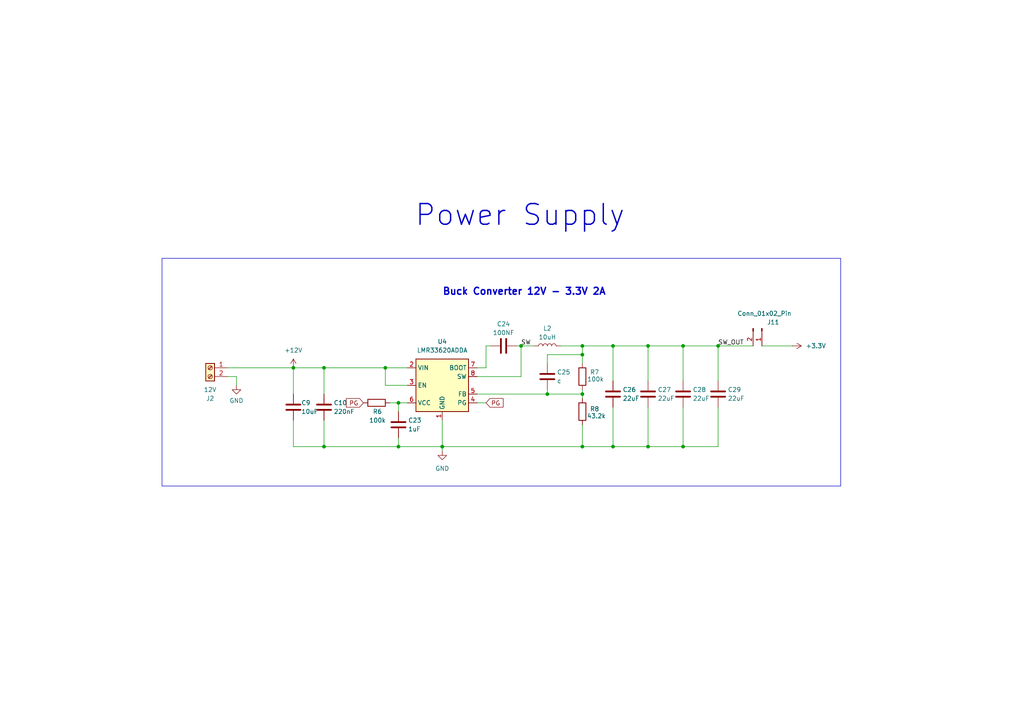
<source format=kicad_sch>
(kicad_sch (version 20231120) (generator "eeschema") (generator_version "8.0")
  (paper "A4")
  (lib_symbols
    (symbol "Connector:Conn_01x02_Pin" (pin_names (offset 1.016) hide)
      (property "Reference" "J" (at 0 2.54 0))
      (property "Value" "Conn_01x02_Pin" (at 0 -5.08 0))
      (symbol "Conn_01x02_Pin_1_1"
        (polyline (pts (xy 1.27 -2.54) (xy 0.8636 -2.54)) (stroke (width 0.1524)))
        (polyline (pts (xy 1.27 0) (xy 0.8636 0)) (stroke (width 0.1524)))
        (rectangle (start 0.8636 -2.413) (end 0 -2.667) (stroke (width 0.1524)) (fill (type outline)))
        (rectangle (start 0.8636 0.127) (end 0 -0.127) (stroke (width 0.1524)) (fill (type outline)))
        (pin passive line (at 5.08 0 180) (length 3.81) (name "Pin_1") (number "1"))
        (pin passive line (at 5.08 -2.54 180) (length 3.81) (name "Pin_2") (number "2"))
      )
    )
    (symbol "Connector:Screw_Terminal_01x02" (pin_names (offset 1.016) hide)
      (property "Reference" "J" (at 0 2.54 0))
      (property "Value" "Screw_Terminal_01x02" (at 0 -5.08 0))
      (symbol "Screw_Terminal_01x02_1_1"
        (rectangle (start -1.27 1.27) (end 1.27 -3.81) (stroke (width 0.254)) (fill (type background)))
        (circle (center 0 -2.54) (radius 0.635) (stroke (width 0.1524)))
        (polyline (pts (xy -0.5334 -2.2098) (xy 0.3302 -3.048)) (stroke (width 0.1524)))
        (polyline (pts (xy -0.5334 0.3302) (xy 0.3302 -0.508)) (stroke (width 0.1524)))
        (polyline (pts (xy -0.3556 -2.032) (xy 0.508 -2.8702)) (stroke (width 0.1524)))
        (polyline (pts (xy -0.3556 0.508) (xy 0.508 -0.3302)) (stroke (width 0.1524)))
        (circle (center 0 0) (radius 0.635) (stroke (width 0.1524)))
        (pin passive line (at -5.08 0 0) (length 3.81) (name "Pin_1") (number "1"))
        (pin passive line (at -5.08 -2.54 0) (length 3.81) (name "Pin_2") (number "2"))
      )
    )
    (symbol "Device:C" (pin_numbers hide) (pin_names (offset 0.254))
      (property "Reference" "C" (at 0.635 2.54 0))
      (property "Value" "C" (at 0.635 -2.54 0))
      (symbol "C_0_1"
        (polyline (pts (xy -2.032 -0.762) (xy 2.032 -0.762)) (stroke (width 0.508)))
        (polyline (pts (xy -2.032 0.762) (xy 2.032 0.762)) (stroke (width 0.508)))
      )
      (symbol "C_1_1"
        (pin passive line (at 0 3.81 270) (length 2.794) (name "~") (number "1"))
        (pin passive line (at 0 -3.81 90) (length 2.794) (name "~") (number "2"))
      )
    )
    (symbol "Device:L" (pin_numbers hide) (pin_names (offset 1.016) hide)
      (property "Reference" "L" (at -1.27 0 90))
      (property "Value" "L" (at 1.905 0 90))
      (symbol "L_0_1"
        (arc (start 0 -2.54) (mid 0.6323 -1.905) (end 0 -1.27))
        (arc (start 0 -1.27) (mid 0.6323 -0.635) (end 0 0))
        (arc (start 0 0) (mid 0.6323 0.635) (end 0 1.27))
        (arc (start 0 1.27) (mid 0.6323 1.905) (end 0 2.54))
      )
      (symbol "L_1_1"
        (pin passive line (at 0 3.81 270) (length 1.27) (name "1") (number "1"))
        (pin passive line (at 0 -3.81 90) (length 1.27) (name "2") (number "2"))
      )
    )
    (symbol "Device:R" (pin_numbers hide) (pin_names (offset 0))
      (property "Reference" "R" (at 2.032 0 90))
      (property "Value" "R" (at 0 0 90))
      (symbol "R_0_1"
        (rectangle (start -1.016 -2.54) (end 1.016 2.54) (stroke (width 0.254)))
      )
      (symbol "R_1_1"
        (pin passive line (at 0 3.81 270) (length 1.27) (name "~") (number "1"))
        (pin passive line (at 0 -3.81 90) (length 1.27) (name "~") (number "2"))
      )
    )
    (symbol "GND_1" (power) (pin_numbers hide) (pin_names (offset 0) hide)
      (property "Value" "GND" (at 0 -3.81 0))
      (symbol "GND_1_0_1"
        (polyline (pts (xy 0 0) (xy 0 -1.27) (xy 1.27 -1.27) (xy 0 -2.54) (xy -1.27 -1.27) (xy 0 -1.27)))
      )
      (symbol "GND_1_1_1"
        (pin power_in line (at 0 0 270) (length 0) (name "~") (number "1"))
      )
    )
    (symbol "Regulator_Switching:LMR33620ADDA"
      (property "Reference" "U" (at 0 11.43 0))
      (property "Value" "LMR33620ADDA" (at 0 8.89 0))
      (symbol "LMR33620ADDA_0_1"
        (rectangle (start -7.62 7.62) (end 7.62 -7.62) (stroke (width 0.254)) (fill (type background)))
      )
      (symbol "LMR33620ADDA_1_1"
        (pin power_in line (at 0 -10.16 90) (length 2.54) (name "GND") (number "1"))
        (pin power_in line (at -10.16 5.08 0) (length 2.54) (name "VIN") (number "2"))
        (pin input line (at -10.16 0 0) (length 2.54) (name "EN") (number "3"))
        (pin open_collector line (at 10.16 -5.08 180) (length 2.54) (name "PG") (number "4"))
        (pin input line (at 10.16 -2.54 180) (length 2.54) (name "FB") (number "5"))
        (pin power_out line (at -10.16 -5.08 0) (length 2.54) (name "VCC") (number "6"))
        (pin input line (at 10.16 5.08 180) (length 2.54) (name "BOOT") (number "7"))
        (pin output line (at 10.16 2.54 180) (length 2.54) (name "SW") (number "8"))
        (pin passive line (at 0 -10.16 90) (length 2.54) hide (name "GND") (number "9"))
      )
    )
    (symbol "power:+12V" (power) (pin_numbers hide) (pin_names (offset 0) hide)
      (property "Value" "+12V" (at 0 3.556 0))
      (symbol "+12V_0_1"
        (polyline (pts (xy -0.762 1.27) (xy 0 2.54)))
        (polyline (pts (xy 0 0) (xy 0 2.54)))
        (polyline (pts (xy 0 2.54) (xy 0.762 1.27)))
      )
      (symbol "+12V_1_1"
        (pin power_in line (at 0 0 90) (length 0) (name "~") (number "1"))
      )
    )
    (symbol "power:+3.3V" (power) (pin_numbers hide) (pin_names (offset 0) hide)
      (property "Value" "+3.3V" (at 0 3.556 0))
      (symbol "+3.3V_0_1"
        (polyline (pts (xy -0.762 1.27) (xy 0 2.54)))
        (polyline (pts (xy 0 0) (xy 0 2.54)))
        (polyline (pts (xy 0 2.54) (xy 0.762 1.27)))
      )
      (symbol "+3.3V_1_1"
        (pin power_in line (at 0 0 90) (length 0) (name "~") (number "1"))
      )
    )
    (symbol "power:GND" (power) (pin_names (offset 0))
      (property "Value" "GND" (at 0 -3.81 0))
      (symbol "GND_0_1"
        (polyline (pts (xy 0 0) (xy 0 -1.27) (xy 1.27 -1.27) (xy 0 -2.54) (xy -1.27 -1.27) (xy 0 -1.27)))
      )
      (symbol "GND_1_1"
        (pin power_in line (at 0 0 270) (length 0) hide (name "GND") (number "1"))
      )
    )
  )
  (junction (at 93.98 129.54))
  (junction (at 158.75 114.3))
  (junction (at 115.57 129.54))
  (junction (at 208.28 100.33))
  (junction (at 128.27 129.54))
  (junction (at 168.91 102.87))
  (junction (at 93.98 106.68))
  (junction (at 115.57 116.84))
  (junction (at 111.76 106.68))
  (junction (at 187.96 100.33))
  (junction (at 198.12 100.33))
  (junction (at 168.91 129.54))
  (junction (at 168.91 100.33))
  (junction (at 151.13 100.33))
  (junction (at 85.09 106.68))
  (junction (at 168.91 114.3))
  (junction (at 177.8 100.33))
  (junction (at 198.12 129.54))
  (junction (at 177.8 129.54))
  (junction (at 187.96 129.54))
  (wire (pts (xy 115.57 116.84) (xy 115.57 119.38)))
  (wire (pts (xy 187.96 100.33) (xy 198.12 100.33)))
  (wire (pts (xy 68.58 109.22) (xy 68.58 111.76)))
  (wire (pts (xy 66.04 106.68) (xy 85.09 106.68)))
  (wire (pts (xy 85.09 121.92) (xy 85.09 129.54)))
  (wire (pts (xy 138.43 109.22) (xy 151.13 109.22)))
  (wire (pts (xy 198.12 100.33) (xy 198.12 110.49)))
  (wire (pts (xy 208.28 129.54) (xy 198.12 129.54)))
  (wire (pts (xy 168.91 102.87) (xy 168.91 100.33)))
  (wire (pts (xy 151.13 100.33) (xy 151.13 109.22)))
  (wire (pts (xy 177.8 100.33) (xy 187.96 100.33)))
  (wire (pts (xy 168.91 113.03) (xy 168.91 114.3)))
  (wire (pts (xy 168.91 100.33) (xy 177.8 100.33)))
  (wire (pts (xy 187.96 129.54) (xy 198.12 129.54)))
  (wire (pts (xy 85.09 114.3) (xy 85.09 106.68)))
  (wire (pts (xy 93.98 106.68) (xy 93.98 114.3)))
  (wire (pts (xy 85.09 129.54) (xy 93.98 129.54)))
  (wire (pts (xy 138.43 114.3) (xy 158.75 114.3)))
  (wire (pts (xy 140.97 106.68) (xy 138.43 106.68)))
  (wire (pts (xy 168.91 100.33) (xy 162.56 100.33)))
  (wire (pts (xy 93.98 121.92) (xy 93.98 129.54)))
  (wire (pts (xy 138.43 116.84) (xy 140.97 116.84)))
  (wire (pts (xy 158.75 102.87) (xy 168.91 102.87)))
  (wire (pts (xy 140.97 100.33) (xy 140.97 106.68)))
  (wire (pts (xy 168.91 123.19) (xy 168.91 129.54)))
  (wire (pts (xy 198.12 118.11) (xy 198.12 129.54)))
  (wire (pts (xy 187.96 118.11) (xy 187.96 129.54)))
  (wire (pts (xy 158.75 114.3) (xy 158.75 113.03)))
  (wire (pts (xy 187.96 110.49) (xy 187.96 100.33)))
  (wire (pts (xy 168.91 105.41) (xy 168.91 102.87)))
  (wire (pts (xy 93.98 106.68) (xy 111.76 106.68)))
  (wire (pts (xy 140.97 100.33) (xy 142.24 100.33)))
  (wire (pts (xy 208.28 100.33) (xy 218.44 100.33)))
  (wire (pts (xy 177.8 129.54) (xy 187.96 129.54)))
  (wire (pts (xy 151.13 100.33) (xy 149.86 100.33)))
  (wire (pts (xy 118.11 111.76) (xy 111.76 111.76)))
  (wire (pts (xy 151.13 100.33) (xy 154.94 100.33)))
  (wire (pts (xy 177.8 110.49) (xy 177.8 100.33)))
  (wire (pts (xy 115.57 129.54) (xy 128.27 129.54)))
  (wire (pts (xy 177.8 118.11) (xy 177.8 129.54)))
  (wire (pts (xy 158.75 114.3) (xy 168.91 114.3)))
  (wire (pts (xy 85.09 106.68) (xy 93.98 106.68)))
  (wire (pts (xy 220.98 100.33) (xy 229.87 100.33)))
  (wire (pts (xy 128.27 121.92) (xy 128.27 129.54)))
  (wire (pts (xy 128.27 129.54) (xy 128.27 130.81)))
  (wire (pts (xy 113.03 116.84) (xy 115.57 116.84)))
  (wire (pts (xy 208.28 118.11) (xy 208.28 129.54)))
  (wire (pts (xy 66.04 109.22) (xy 68.58 109.22)))
  (wire (pts (xy 158.75 105.41) (xy 158.75 102.87)))
  (wire (pts (xy 168.91 114.3) (xy 168.91 115.57)))
  (wire (pts (xy 208.28 110.49) (xy 208.28 100.33)))
  (wire (pts (xy 111.76 111.76) (xy 111.76 106.68)))
  (wire (pts (xy 115.57 116.84) (xy 118.11 116.84)))
  (wire (pts (xy 168.91 129.54) (xy 177.8 129.54)))
  (wire (pts (xy 111.76 106.68) (xy 118.11 106.68)))
  (wire (pts (xy 168.91 129.54) (xy 128.27 129.54)))
  (wire (pts (xy 115.57 127) (xy 115.57 129.54)))
  (wire (pts (xy 198.12 100.33) (xy 208.28 100.33)))
  (wire (pts (xy 93.98 129.54) (xy 115.57 129.54)))
  (rectangle (start 46.99 74.93) (end 243.84 140.97))
  (text "Buck Converter 12V - 3.3V 2A\n" (at 128.27 85.852 0) (effects (font (size 2 2) (thickness 0.4) (bold yes)) (justify left bottom)))
  (text "Power Supply\n" (at 120.142 66.04 0) (effects (font (size 6 6) (thickness 0.4) (bold yes)) (justify left bottom)))
  (label "SW_OUT" (at 208.28 100.33 0))
  (label "SW" (at 151.13 100.33 0))
  (global_label "PG" (shape input) (at 105.41 116.84 180) (property "Intersheetrefs" "${INTERSHEET_REFS}" (effects (hide yes))))
  (global_label "PG" (shape input) (at 140.97 116.84 0) (property "Intersheetrefs" "${INTERSHEET_REFS}" (effects (hide yes))))
  (symbol (lib_name "GND_1") (lib_id "power:GND") (at 128.27 130.81 0) (unit 1)
    (property "Reference" "#PWR012" (effects (hide yes)))
    (property "Value" "GND" (at 128.27 135.89 0))
    (property "Description" "Power symbol creates a global label with name \"GND\" , ground" (effects (hide yes)))
  )
  (symbol (lib_id "Device:C") (at 187.96 114.3 0) (unit 1)
    (property "Reference" "C27" (at 190.754 113.03 0) (effects (justify left)))
    (property "Value" "22uF" (at 190.754 115.57 0) (effects (justify left)))
    (property "Footprint" "Capacitor_SMD:C_0805_2012Metric" (effects (hide yes)))
  )
  (symbol (lib_id "Device:R") (at 168.91 119.38 180) (unit 1)
    (property "Reference" "R8" (at 172.466 118.618 0))
    (property "Value" "43.2k" (at 172.974 120.65 0))
    (property "Footprint" "Resistor_SMD:R_0603_1608Metric" (effects (hide yes)))
    (property "Description" "Resistor" (effects (hide yes)))
  )
  (symbol (lib_id "Device:C") (at 115.57 123.19 0) (unit 1)
    (property "Reference" "C23" (at 118.364 121.92 0) (effects (justify left)))
    (property "Value" "1uF" (at 118.364 124.46 0) (effects (justify left)))
    (property "Footprint" "Capacitor_SMD:C_0805_2012Metric" (effects (hide yes)))
  )
  (symbol (lib_id "power:+12V") (at 85.09 106.68 0) (unit 1)
    (property "Reference" "#PWR057" (effects (hide yes)))
    (property "Value" "+12V" (at 85.09 101.6 0))
    (property "Description" "Power symbol creates a global label with name \"+12V\"" (effects (hide yes)))
  )
  (symbol (lib_id "power:GND") (at 68.58 111.76 0) (unit 1)
    (property "Reference" "#PWR02" (effects (hide yes)))
    (property "Value" "GND" (at 68.58 116.205 0))
  )
  (symbol (lib_id "Device:C") (at 93.98 118.11 0) (unit 1)
    (property "Reference" "C10" (at 96.774 116.84 0) (effects (justify left)))
    (property "Value" "220nF" (at 96.774 119.38 0) (effects (justify left)))
    (property "Footprint" "Capacitor_SMD:C_0805_2012Metric" (effects (hide yes)))
  )
  (symbol (lib_id "Connector:Screw_Terminal_01x02") (at 60.96 106.68 0) (mirror y) (unit 1)
    (property "Reference" "J2" (at 60.96 115.57 0))
    (property "Value" "12V" (at 60.96 113.03 0))
    (property "Footprint" "Library:DC conn" (effects (hide yes)))
    (property "Description" "Generic screw terminal, single row, 01x02, script generated (kicad-library-utils/schlib/autogen/connector/)" (effects (hide yes)))
  )
  (symbol (lib_id "Device:C") (at 208.28 114.3 0) (unit 1)
    (property "Reference" "C29" (at 211.074 113.03 0) (effects (justify left)))
    (property "Value" "22uF" (at 211.074 115.57 0) (effects (justify left)))
    (property "Footprint" "Capacitor_SMD:C_0805_2012Metric" (effects (hide yes)))
  )
  (symbol (lib_id "Device:C") (at 146.05 100.33 90) (unit 1)
    (property "Reference" "C24" (at 146.05 93.98 90))
    (property "Value" "100NF" (at 146.05 96.52 90))
    (property "Footprint" "Capacitor_SMD:C_0603_1608Metric" (effects (hide yes)))
    (property "Description" "Unpolarized capacitor" (effects (hide yes)))
  )
  (symbol (lib_id "Device:C") (at 198.12 114.3 0) (unit 1)
    (property "Reference" "C28" (at 200.914 113.03 0) (effects (justify left)))
    (property "Value" "22uF" (at 200.914 115.57 0) (effects (justify left)))
    (property "Footprint" "Capacitor_SMD:C_0805_2012Metric" (effects (hide yes)))
  )
  (symbol (lib_id "Device:L") (at 158.75 100.33 90) (unit 1)
    (property "Reference" "L2" (at 158.75 95.25 90))
    (property "Value" "10uH" (at 158.75 97.79 90))
    (property "Footprint" "Inductor_SMD:L_Bourns_SRP5030T" (effects (hide yes)))
    (property "Description" "Inductor" (effects (hide yes)))
  )
  (symbol (lib_id "Device:R") (at 109.22 116.84 90) (unit 1)
    (property "Reference" "R6" (at 109.474 119.38 90))
    (property "Value" "100k" (at 109.474 121.92 90))
    (property "Footprint" "Resistor_SMD:R_0603_1608Metric" (effects (hide yes)))
    (property "Description" "Resistor" (effects (hide yes)))
  )
  (symbol (lib_id "Regulator_Switching:LMR33620ADDA") (at 128.27 111.76 0) (unit 1)
    (property "Reference" "U4" (at 128.27 99.06 0))
    (property "Value" "LMR33620ADDA" (at 128.27 101.6 0))
    (property "Footprint" "Package_SO:Texas_HSOP-8-1EP_3.9x4.9mm_P1.27mm_ThermalVias" (effects (hide yes)))
    (property "Datasheet" "http://www.ti.com/lit/ds/symlink/lmr33620.pdf" (effects (hide yes)))
    (property "Description" "Simple Switcher Synchronous Buck Regulator, Vin=3.8-36V, Iout=2A, F=400kHz, Adjustable output voltage, HSOP-8" (effects (hide yes)))
  )
  (symbol (lib_id "power:+3.3V") (at 229.87 100.33 270) (unit 1)
    (property "Reference" "#PWR021" (effects (hide yes)))
    (property "Value" "+3.3V" (at 233.68 100.3299 90) (effects (justify left)))
    (property "Description" "Power symbol creates a global label with name \"+3.3V\"" (effects (hide yes)))
  )
  (symbol (lib_id "Device:C") (at 85.09 118.11 0) (unit 1)
    (property "Reference" "C9" (at 87.376 116.84 0) (effects (justify left)))
    (property "Value" "10uF" (at 87.376 119.38 0) (effects (justify left)))
    (property "Footprint" "Capacitor_SMD:CP_Elec_4x3" (effects (hide yes)))
  )
  (symbol (lib_id "Device:C") (at 177.8 114.3 0) (unit 1)
    (property "Reference" "C26" (at 180.594 113.03 0) (effects (justify left)))
    (property "Value" "22uF" (at 180.594 115.57 0) (effects (justify left)))
    (property "Footprint" "Capacitor_SMD:C_0805_2012Metric" (effects (hide yes)))
  )
  (symbol (lib_id "Connector:Conn_01x02_Pin") (at 220.98 95.25 270) (unit 1)
    (property "Reference" "J11" (at 226.06 93.472 90) (effects (justify right)))
    (property "Value" "Conn_01x02_Pin" (at 229.616 90.932 90) (effects (justify right)))
    (property "Footprint" "Connector_PinHeader_2.00mm:PinHeader_1x02_P2.00mm_Vertical" (effects (hide yes)))
    (property "Description" "Generic connector, single row, 01x02, script generated" (effects (hide yes)))
  )
  (symbol (lib_id "Device:C") (at 158.75 109.22 0) (unit 1)
    (property "Reference" "C25" (at 161.544 107.95 0) (effects (justify left)))
    (property "Value" "c" (at 161.544 110.49 0) (effects (justify left)))
    (property "Footprint" "Capacitor_SMD:C_0805_2012Metric" (effects (hide yes)))
  )
  (symbol (lib_id "Device:R") (at 168.91 109.22 180) (unit 1)
    (property "Reference" "R7" (at 172.466 107.95 0))
    (property "Value" "100k" (at 172.72 109.982 0))
    (property "Footprint" "Resistor_SMD:R_0603_1608Metric" (effects (hide yes)))
    (property "Description" "Resistor" (effects (hide yes)))
  )
)
</source>
